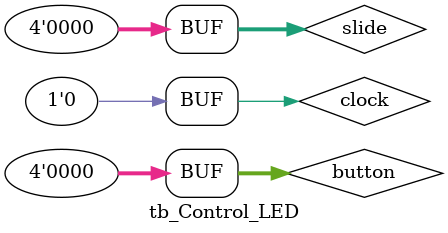
<source format=v>
`timescale 1ns / 1ps


module tb_Control_LED;

	// Inputs
	reg [3:0] button;
	reg [3:0] slide;
	reg clock;

	// Outputs
	wire [7:0] LEDOut;

	// Instantiate the Unit Under Test (UUT)
	Control_LED uut (
		.LEDOut(LEDOut), 
		.button(button), 
		.slide(slide), 
		.clock(clock)
	);

	initial begin
		// Initialize Inputs
		button = 0;
		slide = 0;
		clock = 0;

		// Wait 100 ns for global reset to finish
		#100;
        
		// Add stimulus here

	end
      
endmodule


</source>
